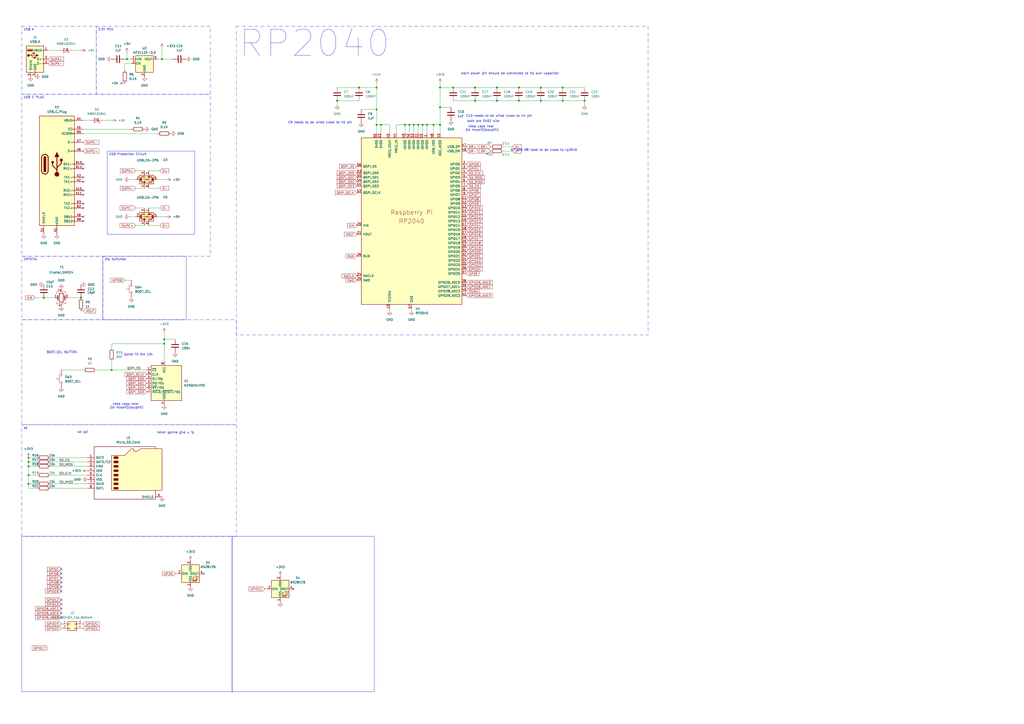
<source format=kicad_sch>
(kicad_sch (version 20250114) (generator "eeschema") (generator_version "9.0")
  (paper "A2")
  (title_block (title "HACKDUCKY BY SOUPTIK ") (date "2025-04-06") (rev "V2"))
  (text "sd spi \n" (at 48.514 250.698 0) (effects (font (size 1.27 1.27))))
  (text "C9 needs to be wired close to 45 pin" (at 185.674 71.12 0) (effects (font (size 1.27 1.27))))
  (text "keep caps near \n(to myself)(souptik)\n" (at 73.406 235.458 0) (effects (font (size 1.27 1.27))))
  (text "donot fit the 10k \n" (at 80.772 205.74 0) (effects (font (size 1.27 1.27))))
  (text "R7 and R8 need to be close to rp2040" (at 315.468 87.122 0) (effects (font (size 1.27 1.27))))
  (text "C10 needs to be wired close to 44 pin" (at 289.56 67.31 0) (effects (font (size 1.27 1.27))))
  (text "BOOT_SEL BUTTON\n" (at 35.814 204.47 0) (effects (font (size 1.27 1.27))))
  (text "never gonna give u ip\n" (at 101.854 250.952 0) (effects (font (size 1.27 1.27))))
  (text "keep caps near \n(to myself)(souptik)\n" (at 279.654 74.422 0) (effects (font (size 1.27 1.27))))
  (text "both are 0402 size" (at 280.416 70.358 0) (effects (font (size 1.27 1.27))))
  (text "each power pin should be connected to its own capacitor" (at 295.91 42.672 0) (effects (font (size 1.27 1.27))))
  (text_box "CRYSTAL" (at 12.7 148.59 0) (size 46.99 36.83) (margins 0.9525 0.9525 0.9525 0.9525) (stroke (width 0) (type dash_dot_dot)) (effects (font (size 1.27 1.27)) (justify left top)))
  (text_box "RP2040\n" (at 137.16 15.24 0) (size 238.76 179.07) (margins 0.9525 0.9525 0.9525 0.9525) (stroke (width 0) (type dash_dot_dot)) (effects (font (size 15.24 15.24)) (justify left top)))
  (text_box "USB Protection Circuit\n" (at 62.23 87.63 0) (size 50.8 48.26) (margins 0.9525 0.9525 0.9525 0.9525) (effects (font (size 1.27 1.27)) (justify left top)))
  (text_box "" (at 12.7 311.15 0) (size 121.92 90.17) (margins 0.9525 0.9525 0.9525 0.9525) (effects (font (size 1.27 1.27)) (justify left top)))
  (text_box "" (at 12.7 185.42 0) (size 124.46 60.96) (margins 0.9525 0.9525 0.9525 0.9525) (stroke (width 0) (type dash_dot_dot)) (effects (font (size 1.27 1.27)) (justify left top)))
  (text_box "USB C PLUG" (at 12.7 54.61 0) (size 109.22 93.98) (margins 0.9525 0.9525 0.9525 0.9525) (stroke (width 0) (type dash_dot_dot)) (effects (font (size 1.27 1.27)) (justify left top)))
  (text_box "sd\n" (at 12.7 246.38 0) (size 124.46 64.77) (margins 0.9525 0.9525 0.9525 0.9525) (stroke (width 0) (type dash_dot_dot)) (effects (font (size 1.27 1.27)) (justify left top)))
  (text_box "Dip Switches\n" (at 59.69 148.59 0) (size 48.26 36.83) (margins 0.9525 0.9525 0.9525 0.9525) (effects (font (size 1.27 1.27)) (justify left top)))
  (text_box "3.3V REG\n" (at 55.88 15.24 0) (size 66.04 39.37) (margins 0.9525 0.9525 0.9525 0.9525) (stroke (width 0) (type dash_dot_dot)) (effects (font (size 1.27 1.27)) (justify left top)))
  (text_box "USB A\n" (at 12.7 15.24 0) (size 43.18 39.37) (margins 0.9525 0.9525 0.9525 0.9525) (stroke (width 0) (type dash_dot_dot)) (effects (font (size 1.27 1.27)) (justify left top)))
  (text_box "" (at 134.62 311.15 0) (size 82.55 90.17) (margins 0.9525 0.9525 0.9525 0.9525) (effects (font (size 1.27 1.27)) (justify left top)))
  (junction (at 220.98 72.39))
  (junction (at 300.99 58.42))
  (junction (at 16.51 280.67))
  (junction (at 245.11 72.39))
  (junction (at 326.39 58.42))
  (junction (at 242.57 72.39))
  (junction (at 25.4 172.72))
  (junction (at 73.66 34.29))
  (junction (at 275.59 50.8))
  (junction (at 208.28 50.8))
  (junction (at 93.98 34.29))
  (junction (at 218.44 72.39))
  (junction (at 16.51 275.59))
  (junction (at 247.65 72.39))
  (junction (at 234.95 72.39))
  (junction (at 46.99 172.72))
  (junction (at 255.27 72.39))
  (junction (at 275.59 58.42))
  (junction (at 255.27 62.23))
  (junction (at 313.69 50.8))
  (junction (at 326.39 50.8))
  (junction (at 262.89 50.8))
  (junction (at 300.99 50.8))
  (junction (at 313.69 58.42))
  (junction (at 255.27 50.8))
  (junction (at 251.46 72.39))
  (junction (at 288.29 50.8))
  (junction (at 95.25 199.39))
  (junction (at 195.58 58.42))
  (junction (at 16.51 265.43))
  (junction (at 16.51 267.97))
  (junction (at 218.44 50.8))
  (junction (at 16.51 270.51))
  (junction (at 288.29 58.42))
  (junction (at 240.03 72.39))
  (junction (at 95.25 196.85))
  (junction (at 218.44 63.5))
  (junction (at 339.09 58.42))
  (junction (at 64.77 214.63))
  (junction (at 237.49 72.39))
  (no_connect (at 170.18 341.63))
  (no_connect (at 48.26 95.25))
  (no_connect (at 48.26 120.65))
  (no_connect (at 35.56 340.36))
  (no_connect (at 48.26 113.03))
  (no_connect (at 48.26 110.49))
  (no_connect (at 35.56 335.28))
  (no_connect (at 35.56 350.52))
  (no_connect (at 35.56 342.9))
  (no_connect (at 48.26 105.41))
  (no_connect (at 118.11 332.74))
  (no_connect (at 48.26 128.27))
  (no_connect (at 35.56 353.06))
  (no_connect (at 48.26 97.79))
  (no_connect (at 35.56 337.82))
  (no_connect (at 35.56 358.14))
  (no_connect (at 35.56 355.6))
  (no_connect (at 35.56 332.74))
  (no_connect (at 35.56 347.98))
  (no_connect (at 48.26 102.87))
  (no_connect (at 35.56 330.2))
  (no_connect (at 48.26 118.11))
  (no_connect (at 48.26 125.73))
  (wire (pts (xy 74.93 104.14) (xy 78.74 104.14)))
  (wire (pts (xy 73.66 30.48) (xy 73.66 34.29)))
  (wire (pts (xy 288.29 58.42) (xy 300.99 58.42)))
  (wire (pts (xy 86.36 109.22) (xy 92.71 109.22)))
  (wire (pts (xy 292.1 85.09) (xy 297.18 85.09)))
  (wire (pts (xy 74.93 125.73) (xy 78.74 125.73)))
  (wire (pts (xy 95.25 193.04) (xy 95.25 196.85)))
  (wire (pts (xy 29.21 270.51) (xy 50.8 270.51)))
  (wire (pts (xy 226.06 77.47) (xy 226.06 72.39)))
  (wire (pts (xy 226.06 180.34) (xy 226.06 179.07)))
  (wire (pts (xy 41.91 29.21) (xy 46.99 29.21)))
  (wire (pts (xy 64.77 209.55) (xy 64.77 214.63)))
  (wire (pts (xy 218.44 50.8) (xy 218.44 63.5)))
  (wire (pts (xy 95.25 196.85) (xy 95.25 199.39)))
  (wire (pts (xy 25.4 172.72) (xy 31.75 172.72)))
  (wire (pts (xy 234.95 72.39) (xy 234.95 77.47)))
  (wire (pts (xy 255.27 50.8) (xy 255.27 62.23)))
  (wire (pts (xy 20.32 172.72) (xy 25.4 172.72)))
  (wire (pts (xy 29.21 275.59) (xy 50.8 275.59)))
  (wire (pts (xy 78.74 109.22) (xy 83.82 109.22)))
  (wire (pts (xy 275.59 50.8) (xy 288.29 50.8)))
  (wire (pts (xy 16.51 265.43) (xy 21.59 265.43)))
  (wire (pts (xy 251.46 72.39) (xy 251.46 77.47)))
  (wire (pts (xy 326.39 58.42) (xy 339.09 58.42)))
  (wire (pts (xy 255.27 72.39) (xy 255.27 77.47)))
  (wire (pts (xy 59.69 69.85) (xy 64.77 69.85)))
  (wire (pts (xy 255.27 62.23) (xy 255.27 72.39)))
  (wire (pts (xy 229.87 72.39) (xy 234.95 72.39)))
  (wire (pts (xy 93.98 34.29) (xy 100.33 34.29)))
  (wire (pts (xy 73.66 34.29) (xy 76.2 34.29)))
  (wire (pts (xy 229.87 77.47) (xy 229.87 72.39)))
  (wire (pts (xy 72.39 36.83) (xy 72.39 40.64)))
  (wire (pts (xy 16.51 267.97) (xy 16.51 270.51)))
  (wire (pts (xy 16.51 275.59) (xy 16.51 280.67)))
  (wire (pts (xy 153.67 341.63) (xy 154.94 341.63)))
  (wire (pts (xy 72.39 34.29) (xy 73.66 34.29)))
  (wire (pts (xy 220.98 72.39) (xy 218.44 72.39)))
  (wire (pts (xy 261.62 62.23) (xy 255.27 62.23)))
  (wire (pts (xy 247.65 72.39) (xy 251.46 72.39)))
  (wire (pts (xy 21.59 280.67) (xy 16.51 280.67)))
  (wire (pts (xy 48.26 69.85) (xy 52.07 69.85)))
  (wire (pts (xy 29.21 280.67) (xy 50.8 280.67)))
  (wire (pts (xy 237.49 72.39) (xy 237.49 77.47)))
  (wire (pts (xy 93.98 27.94) (xy 93.98 34.29)))
  (wire (pts (xy 35.56 214.63) (xy 48.26 214.63)))
  (wire (pts (xy 195.58 60.96) (xy 195.58 58.42)))
  (wire (pts (xy 313.69 58.42) (xy 326.39 58.42)))
  (wire (pts (xy 242.57 77.47) (xy 242.57 72.39)))
  (wire (pts (xy 92.71 99.06) (xy 86.36 99.06)))
  (wire (pts (xy 64.77 199.39) (xy 95.25 199.39)))
  (wire (pts (xy 91.44 125.73) (xy 96.52 125.73)))
  (wire (pts (xy 39.37 172.72) (xy 46.99 172.72)))
  (wire (pts (xy 48.26 77.47) (xy 91.44 77.47)))
  (wire (pts (xy 226.06 72.39) (xy 220.98 72.39)))
  (wire (pts (xy 27.94 29.21) (xy 34.29 29.21)))
  (wire (pts (xy 245.11 77.47) (xy 245.11 72.39)))
  (wire (pts (xy 46.99 180.34) (xy 48.26 180.34)))
  (wire (pts (xy 16.51 270.51) (xy 16.51 275.59)))
  (wire (pts (xy 240.03 72.39) (xy 242.57 72.39)))
  (wire (pts (xy 218.44 72.39) (xy 218.44 77.47)))
  (wire (pts (xy 247.65 72.39) (xy 247.65 77.47)))
  (wire (pts (xy 300.99 58.42) (xy 313.69 58.42)))
  (wire (pts (xy 292.1 87.63) (xy 297.18 87.63)))
  (wire (pts (xy 86.36 130.81) (xy 92.71 130.81)))
  (wire (pts (xy 218.44 48.26) (xy 218.44 50.8)))
  (wire (pts (xy 300.99 50.8) (xy 313.69 50.8)))
  (wire (pts (xy 218.44 63.5) (xy 218.44 72.39)))
  (wire (pts (xy 255.27 48.26) (xy 255.27 50.8)))
  (wire (pts (xy 48.26 74.93) (xy 76.2 74.93)))
  (wire (pts (xy 21.59 283.21) (xy 16.51 283.21)))
  (wire (pts (xy 29.21 267.97) (xy 50.8 267.97)))
  (wire (pts (xy 91.44 34.29) (xy 93.98 34.29)))
  (wire (pts (xy 21.59 270.51) (xy 16.51 270.51)))
  (wire (pts (xy 76.2 36.83) (xy 72.39 36.83)))
  (wire (pts (xy 29.21 283.21) (xy 50.8 283.21)))
  (wire (pts (xy 95.25 199.39) (xy 95.25 209.55)))
  (wire (pts (xy 78.74 99.06) (xy 83.82 99.06)))
  (wire (pts (xy 50.8 265.43) (xy 29.21 265.43)))
  (wire (pts (xy 240.03 72.39) (xy 240.03 77.47)))
  (wire (pts (xy 251.46 72.39) (xy 255.27 72.39)))
  (wire (pts (xy 78.74 120.65) (xy 83.82 120.65)))
  (wire (pts (xy 72.39 162.56) (xy 76.2 162.56)))
  (wire (pts (xy 16.51 267.97) (xy 21.59 267.97)))
  (wire (pts (xy 16.51 280.67) (xy 16.51 283.21)))
  (wire (pts (xy 195.58 58.42) (xy 208.28 58.42)))
  (wire (pts (xy 209.55 63.5) (xy 218.44 63.5)))
  (wire (pts (xy 64.77 199.39) (xy 64.77 201.93)))
  (wire (pts (xy 288.29 50.8) (xy 300.99 50.8)))
  (wire (pts (xy 78.74 130.81) (xy 83.82 130.81)))
  (wire (pts (xy 238.76 180.34) (xy 238.76 179.07)))
  (wire (pts (xy 101.6 332.74) (xy 102.87 332.74)))
  (wire (pts (xy 91.44 104.14) (xy 96.52 104.14)))
  (wire (pts (xy 275.59 58.42) (xy 288.29 58.42)))
  (wire (pts (xy 262.89 50.8) (xy 275.59 50.8)))
  (wire (pts (xy 313.69 50.8) (xy 326.39 50.8)))
  (wire (pts (xy 255.27 50.8) (xy 262.89 50.8)))
  (wire (pts (xy 242.57 72.39) (xy 245.11 72.39)))
  (wire (pts (xy 16.51 275.59) (xy 21.59 275.59)))
  (wire (pts (xy 208.28 50.8) (xy 218.44 50.8)))
  (wire (pts (xy 339.09 58.42) (xy 339.09 60.96)))
  (wire (pts (xy 237.49 72.39) (xy 240.03 72.39)))
  (wire (pts (xy 195.58 50.8) (xy 208.28 50.8)))
  (wire (pts (xy 326.39 50.8) (xy 339.09 50.8)))
  (wire (pts (xy 92.71 120.65) (xy 86.36 120.65)))
  (wire (pts (xy 16.51 265.43) (xy 16.51 267.97)))
  (wire (pts (xy 262.89 58.42) (xy 275.59 58.42)))
  (wire (pts (xy 220.98 72.39) (xy 220.98 77.47)))
  (wire (pts (xy 55.88 214.63) (xy 64.77 214.63)))
  (wire (pts (xy 95.25 196.85) (xy 101.6 196.85)))
  (wire (pts (xy 245.11 72.39) (xy 247.65 72.39)))
  (wire (pts (xy 64.77 214.63) (xy 85.09 214.63)))
  (wire (pts (xy 234.95 72.39) (xy 237.49 72.39)))
  (label "SD_CS" (at 34.29 267.97 0))
  (label "SD_MOSI" (at 34.29 270.51 0))
  (label "SD_CLK" (at 34.29 275.59 0))
  (label "SD_MISO" (at 34.29 280.67 0))
  (label "QSPI_SS" (at 73.66 214.63 0))
  (global_label "SWCLK" (shape input) (at 207.01 160.02 180) (property "Intersheetrefs" "${INTERSHEET_REFS}" (effects (hide yes))))
  (global_label "GPIO13" (shape input) (at 35.56 350.52 180) (property "Intersheetrefs" "${INTERSHEET_REFS}" (effects (hide yes))))
  (global_label "SD_MISO" (shape input) (at 270.51 105.41 0) (property "Intersheetrefs" "${INTERSHEET_REFS}" (effects (hide yes))))
  (global_label "GPIO26_ADC1" (shape input) (at 35.56 353.06 180) (property "Intersheetrefs" "${INTERSHEET_REFS}" (effects (hide yes))))
  (global_label "GP25" (shape input) (at 270.51 158.75 0) (property "Intersheetrefs" "${INTERSHEET_REFS}" (effects (hide yes))))
  (global_label "DUPC+" (shape input) (at 78.74 130.81 180) (property "Intersheetrefs" "${INTERSHEET_REFS}" (effects (hide yes))))
  (global_label "GPIO8" (shape input) (at 35.56 337.82 180) (property "Intersheetrefs" "${INTERSHEET_REFS}" (effects (hide yes))))
  (global_label "GPIO12" (shape input) (at 270.51 125.73 0) (property "Intersheetrefs" "${INTERSHEET_REFS}" (effects (hide yes))))
  (global_label "DUPC-" (shape input) (at 48.26 82.55 0) (property "Intersheetrefs" "${INTERSHEET_REFS}" (effects (hide yes))))
  (global_label "QSPI_SCLK" (shape input) (at 207.01 111.76 180) (property "Intersheetrefs" "${INTERSHEET_REFS}" (effects (hide yes))))
  (global_label "D+" (shape input) (at 92.71 130.81 0) (property "Intersheetrefs" "${INTERSHEET_REFS}" (effects (hide yes))))
  (global_label "RUN" (shape input) (at 207.01 148.59 180) (property "Intersheetrefs" "${INTERSHEET_REFS}" (effects (hide yes))))
  (global_label "GPIO24" (shape input) (at 270.51 156.21 0) (property "Intersheetrefs" "${INTERSHEET_REFS}" (effects (hide yes))))
  (global_label "GPIO9" (shape input) (at 35.56 340.36 180) (property "Intersheetrefs" "${INTERSHEET_REFS}" (effects (hide yes))))
  (global_label "GPIO22" (shape input) (at 270.51 151.13 0) (property "Intersheetrefs" "${INTERSHEET_REFS}" (effects (hide yes))))
  (global_label "QSPI_SD2" (shape input) (at 85.09 224.79 180) (property "Intersheetrefs" "${INTERSHEET_REFS}" (effects (hide yes))))
  (global_label "GPIO9" (shape input) (at 270.51 118.11 0) (property "Intersheetrefs" "${INTERSHEET_REFS}" (effects (hide yes))))
  (global_label "GPIO6" (shape input) (at 35.56 332.74 180) (property "Intersheetrefs" "${INTERSHEET_REFS}" (effects (hide yes))))
  (global_label "XOUT" (shape input) (at 207.01 135.89 180) (property "Intersheetrefs" "${INTERSHEET_REFS}" (effects (hide yes))))
  (global_label "GPIO21" (shape input) (at 48.26 364.49 0) (property "Intersheetrefs" "${INTERSHEET_REFS}" (effects (hide yes))))
  (global_label "DUPA-" (shape input) (at 27.94 36.83 0) (property "Intersheetrefs" "${INTERSHEET_REFS}" (effects (hide yes))))
  (global_label "GPIO6" (shape input) (at 270.51 110.49 0) (property "Intersheetrefs" "${INTERSHEET_REFS}" (effects (hide yes))))
  (global_label "D+" (shape input) (at 297.18 85.09 0) (property "Intersheetrefs" "${INTERSHEET_REFS}" (effects (hide yes))))
  (global_label "DUPC-" (shape input) (at 78.74 120.65 180) (property "Intersheetrefs" "${INTERSHEET_REFS}" (effects (hide yes))))
  (global_label "GPIO26_ADC3" (shape input) (at 35.56 358.14 180) (property "Intersheetrefs" "${INTERSHEET_REFS}" (effects (hide yes))))
  (global_label "GPIO20" (shape input) (at 270.51 146.05 0) (property "Intersheetrefs" "${INTERSHEET_REFS}" (effects (hide yes))))
  (global_label "GPIO23" (shape input) (at 270.51 153.67 0) (property "Intersheetrefs" "${INTERSHEET_REFS}" (effects (hide yes))))
  (global_label "GPIO10" (shape input) (at 35.56 342.9 180) (property "Intersheetrefs" "${INTERSHEET_REFS}" (effects (hide yes))))
  (global_label "QSPI_SD0" (shape input) (at 207.01 100.33 180) (property "Intersheetrefs" "${INTERSHEET_REFS}" (effects (hide yes))))
  (global_label "XIN" (shape input) (at 20.32 172.72 180) (property "Intersheetrefs" "${INTERSHEET_REFS}" (effects (hide yes))))
  (global_label "DR-" (shape input) (at 284.48 87.63 180) (property "Intersheetrefs" "${INTERSHEET_REFS}" (effects (hide yes))))
  (global_label "QSPI_SD3" (shape input) (at 207.01 107.95 180) (property "Intersheetrefs" "${INTERSHEET_REFS}" (effects (hide yes))))
  (global_label "QSPI_SCLK" (shape input) (at 85.09 217.17 180) (property "Intersheetrefs" "${INTERSHEET_REFS}" (effects (hide yes))))
  (global_label "GPIO7" (shape input) (at 35.56 335.28 180) (property "Intersheetrefs" "${INTERSHEET_REFS}" (effects (hide yes))))
  (global_label "GPIO18" (shape input) (at 270.51 140.97 0) (property "Intersheetrefs" "${INTERSHEET_REFS}" (effects (hide yes))))
  (global_label "GPIO13" (shape input) (at 270.51 128.27 0) (property "Intersheetrefs" "${INTERSHEET_REFS}" (effects (hide yes))))
  (global_label "D+" (shape input) (at 92.71 99.06 0) (property "Intersheetrefs" "${INTERSHEET_REFS}" (effects (hide yes))))
  (global_label "GPIO24" (shape input) (at 48.26 361.95 0) (property "Intersheetrefs" "${INTERSHEET_REFS}" (effects (hide yes))))
  (global_label "GPIO11" (shape input) (at 270.51 123.19 0) (property "Intersheetrefs" "${INTERSHEET_REFS}" (effects (hide yes))))
  (global_label "PUSH" (shape input) (at 270.51 168.91 0) (property "Intersheetrefs" "${INTERSHEET_REFS}" (effects (hide yes))))
  (global_label "D-" (shape input) (at 92.71 120.65 0) (property "Intersheetrefs" "${INTERSHEET_REFS}" (effects (hide yes))))
  (global_label "GPIO26_ADC0" (shape input) (at 35.56 355.6 180) (property "Intersheetrefs" "${INTERSHEET_REFS}" (effects (hide yes))))
  (global_label "GPIO0" (shape input) (at 72.39 162.56 180) (property "Intersheetrefs" "${INTERSHEET_REFS}" (effects (hide yes))))
  (global_label "GPIO11" (shape input) (at 153.67 341.63 180) (property "Intersheetrefs" "${INTERSHEET_REFS}" (effects (hide yes))))
  (global_label "QSPI_SD1" (shape input) (at 207.01 102.87 180) (property "Intersheetrefs" "${INTERSHEET_REFS}" (effects (hide yes))))
  (global_label "XOUT" (shape input) (at 48.26 180.34 0) (property "Intersheetrefs" "${INTERSHEET_REFS}" (effects (hide yes))))
  (global_label "GPIO1" (shape input) (at 270.51 97.79 0) (property "Intersheetrefs" "${INTERSHEET_REFS}" (effects (hide yes))))
  (global_label "D-" (shape input) (at 92.71 109.22 0) (property "Intersheetrefs" "${INTERSHEET_REFS}" (effects (hide yes))))
  (global_label "GPIO17" (shape input) (at 270.51 138.43 0) (property "Intersheetrefs" "${INTERSHEET_REFS}" (effects (hide yes))))
  (global_label "DR+" (shape input) (at 270.51 85.09 0) (property "Intersheetrefs" "${INTERSHEET_REFS}" (effects (hide yes))))
  (global_label "GPIO21" (shape input) (at 270.51 148.59 0) (property "Intersheetrefs" "${INTERSHEET_REFS}" (effects (hide yes))))
  (global_label "QSPI_SD3" (shape input) (at 85.09 227.33 180) (property "Intersheetrefs" "${INTERSHEET_REFS}" (effects (hide yes))))
  (global_label "SD_MOSI" (shape input) (at 270.51 102.87 0) (property "Intersheetrefs" "${INTERSHEET_REFS}" (effects (hide yes))))
  (global_label "GPIO10" (shape input) (at 270.51 120.65 0) (property "Intersheetrefs" "${INTERSHEET_REFS}" (effects (hide yes))))
  (global_label "GPIO0" (shape input) (at 270.51 95.25 0) (property "Intersheetrefs" "${INTERSHEET_REFS}" (effects (hide yes))))
  (global_label "GPIO8" (shape input) (at 270.51 115.57 0) (property "Intersheetrefs" "${INTERSHEET_REFS}" (effects (hide yes))))
  (global_label "DUPA+" (shape input) (at 78.74 99.06 180) (property "Intersheetrefs" "${INTERSHEET_REFS}" (effects (hide yes))))
  (global_label "SD_CLK" (shape input) (at 270.51 100.33 0) (property "Intersheetrefs" "${INTERSHEET_REFS}" (effects (hide yes))))
  (global_label "GPIO22" (shape input) (at 35.56 364.49 180) (property "Intersheetrefs" "${INTERSHEET_REFS}" (effects (hide yes))))
  (global_label "GP25" (shape input) (at 101.6 332.74 180) (property "Intersheetrefs" "${INTERSHEET_REFS}" (effects (hide yes))))
  (global_label "GPIO12" (shape input) (at 35.56 347.98 180) (property "Intersheetrefs" "${INTERSHEET_REFS}" (effects (hide yes))))
  (global_label "DUPC+" (shape input) (at 48.26 87.63 0) (property "Intersheetrefs" "${INTERSHEET_REFS}" (effects (hide yes))))
  (global_label "GPIO16" (shape input) (at 270.51 135.89 0) (property "Intersheetrefs" "${INTERSHEET_REFS}" (effects (hide yes))))
  (global_label "QSPI_SD0" (shape input) (at 85.09 219.71 180) (property "Intersheetrefs" "${INTERSHEET_REFS}" (effects (hide yes))))
  (global_label "DUPA+" (shape input) (at 27.94 34.29 0) (property "Intersheetrefs" "${INTERSHEET_REFS}" (effects (hide yes))))
  (global_label "GPIO1" (shape input) (at 35.56 330.2 180) (property "Intersheetrefs" "${INTERSHEET_REFS}" (effects (hide yes))))
  (global_label "GPIO19" (shape input) (at 270.51 143.51 0) (property "Intersheetrefs" "${INTERSHEET_REFS}" (effects (hide yes))))
  (global_label "GPIO7" (shape input) (at 270.51 113.03 0) (property "Intersheetrefs" "${INTERSHEET_REFS}" (effects (hide yes))))
  (global_label "GPIO14" (shape input) (at 270.51 130.81 0) (property "Intersheetrefs" "${INTERSHEET_REFS}" (effects (hide yes))))
  (global_label "GPIO17" (shape input) (at 27.94 375.92 180) (property "Intersheetrefs" "${INTERSHEET_REFS}" (effects (hide yes))))
  (global_label "GPIO26_ADC3" (shape input) (at 270.51 171.45 0) (property "Intersheetrefs" "${INTERSHEET_REFS}" (effects (hide yes))))
  (global_label "DR+" (shape input) (at 284.48 85.09 180) (property "Intersheetrefs" "${INTERSHEET_REFS}" (effects (hide yes))))
  (global_label "DR-" (shape input) (at 270.51 87.63 0) (property "Intersheetrefs" "${INTERSHEET_REFS}" (effects (hide yes))))
  (global_label "SD_CS" (shape input) (at 270.51 107.95 0) (property "Intersheetrefs" "${INTERSHEET_REFS}" (effects (hide yes))))
  (global_label "GPIO15" (shape input) (at 270.51 133.35 0) (property "Intersheetrefs" "${INTERSHEET_REFS}" (effects (hide yes))))
  (global_label "XIN" (shape input) (at 207.01 130.81 180) (property "Intersheetrefs" "${INTERSHEET_REFS}" (effects (hide yes))))
  (global_label "QSPI_SD1" (shape input) (at 85.09 222.25 180) (property "Intersheetrefs" "${INTERSHEET_REFS}" (effects (hide yes))))
  (global_label "GPIO26_ADC1" (shape input) (at 270.51 166.37 0) (property "Intersheetrefs" "${INTERSHEET_REFS}" (effects (hide yes))))
  (global_label "QSPI_SD2" (shape input) (at 207.01 105.41 180) (property "Intersheetrefs" "${INTERSHEET_REFS}" (effects (hide yes))))
  (global_label "GPIO23" (shape input) (at 35.56 361.95 180) (property "Intersheetrefs" "${INTERSHEET_REFS}" (effects (hide yes))))
  (global_label "D-" (shape input) (at 297.18 87.63 0) (property "Intersheetrefs" "${INTERSHEET_REFS}" (effects (hide yes))))
  (global_label "GPIO26_ADC0" (shape input) (at 270.51 163.83 0) (property "Intersheetrefs" "${INTERSHEET_REFS}" (effects (hide yes))))
  (global_label "QSPI_SS" (shape input) (at 207.01 96.52 180) (property "Intersheetrefs" "${INTERSHEET_REFS}" (effects (hide yes))))
  (global_label "DUPA-" (shape input) (at 78.74 109.22 180) (property "Intersheetrefs" "${INTERSHEET_REFS}" (effects (hide yes))))
  (global_label "SWD" (shape input) (at 207.01 162.56 180) (property "Intersheetrefs" "${INTERSHEET_REFS}" (effects (hide yes))))
  (symbol (lib_id "Device:R") (at 25.4 267.97 90) (unit 1)
    (property "Reference" "R17" (at 20.574 266.7 90))
    (property "Value" "10k" (at 30.226 266.7 90))
    (property "Footprint" "Resistor_SMD:R_0402_1005Metric" (effects (hide yes)))
    (property "Description" "Resistor" (effects (hide yes)))
  )
  (symbol (lib_id "Device:C") (at 208.28 54.61 0) (unit 1)
    (property "Reference" "C8" (at 212.09 53.3399 0) (effects (justify left)))
    (property "Value" "100nF" (at 212.09 55.8799 0) (effects (justify left)))
    (property "Footprint" "Capacitor_SMD:C_0402_1005Metric" (effects (hide yes)))
    (property "Description" "Unpolarized capacitor" (effects (hide yes)))
  )
  (symbol (lib_id "power:+5V") (at 96.52 104.14 270) (unit 1)
    (property "Reference" "#PWR05" (effects (hide yes)))
    (property "Value" "+5V" (at 100.33 104.1399 90) (effects (justify left)))
    (property "Description" "Power symbol creates a global label with name \"+5V\"" (effects (hide yes)))
  )
  (symbol (lib_id "power:GND") (at 74.93 125.73 270) (unit 1)
    (property "Reference" "#PWR06" (effects (hide yes)))
    (property "Value" "GND" (at 71.12 125.7299 90) (effects (justify right)))
    (property "Description" "Power symbol creates a global label with name \"GND\" , ground" (effects (hide yes)))
  )
  (symbol (lib_id "LED:SK6812") (at 110.49 332.74 0) (unit 1)
    (property "Reference" "D1" (at 120.65 326.3198 0))
    (property "Value" "WS2812B" (at 120.65 328.8598 0))
    (property "Footprint" "LED_SMD:LED_SK6812_EC15_1.5x1.5mm" (effects (hide yes)))
    (property "Datasheet" "https://cdn-shop.adafruit.com/product-files/1138/SK6812+LED+datasheet+.pdf" (effects (hide yes)))
    (property "Description" "RGB LED with integrated controller" (effects (hide yes)))
  )
  (symbol (lib_id "power:+3V3") (at 255.27 48.26 0) (unit 1)
    (property "Reference" "#PWR037" (effects (hide yes)))
    (property "Value" "+3V3" (at 255.27 43.18 0))
    (property "Description" "Power symbol creates a global label with name \"+3V3\"" (effects (hide yes)))
  )
  (symbol (lib_id "Device:C") (at 275.59 54.61 0) (unit 1)
    (property "Reference" "C17" (at 279.4 53.3399 0) (effects (justify left)))
    (property "Value" "100nF" (at 279.4 55.8799 0) (effects (justify left)))
    (property "Footprint" "Capacitor_SMD:C_0402_1005Metric" (effects (hide yes)))
    (property "Description" "Unpolarized capacitor" (effects (hide yes)))
  )
  (symbol (lib_id "power:GND") (at 238.76 180.34 0) (unit 1)
    (property "Reference" "#PWR035" (effects (hide yes)))
    (property "Value" "GND" (at 238.76 185.42 0))
    (property "Description" "Power symbol creates a global label with name \"GND\" , ground" (effects (hide yes)))
  )
  (symbol (lib_id "power:GND") (at 95.25 234.95 0) (unit 1)
    (property "Reference" "#PWR047" (effects (hide yes)))
    (property "Value" "GND" (at 95.25 240.03 0))
    (property "Description" "Power symbol creates a global label with name \"GND\" , ground" (effects (hide yes)))
  )
  (symbol (lib_id "power:+5V") (at 46.99 29.21 270) (unit 1)
    (property "Reference" "#PWR014" (effects (hide yes)))
    (property "Value" "+5V" (at 50.8 29.2099 90) (effects (justify left)))
    (property "Description" "Power symbol creates a global label with name \"+5V\"" (effects (hide yes)))
  )
  (symbol (lib_id "Connector_Generic:Conn_02x02_Top_Bottom") (at 40.64 361.95 0) (unit 1)
    (property "Reference" "J2" (at 41.91 355.6 0))
    (property "Value" "Conn_02x02_Top_Bottom" (at 41.91 358.14 0))
    (property "Footprint" "Connector_PinHeader_1.00mm:PinHeader_2x02_P1.00mm_Vertical_SMD" (effects (hide yes)))
    (property "Description" "Generic connector, double row, 02x02, top/bottom pin numbering scheme (row 1: 1...pins_per_row, row2: pins_per_row+1 ... num_pins), script generated (kicad-library-utils/schlib/autogen/connector/)" (effects (hide yes)))
  )
  (symbol (lib_id "power:GND") (at 25.4 135.89 0) (unit 1)
    (property "Reference" "#PWR029" (effects (hide yes)))
    (property "Value" "GND" (at 25.4 140.97 0))
    (property "Description" "Power symbol creates a global label with name \"GND\" , ground" (effects (hide yes)))
  )
  (symbol (lib_id "power:GND") (at 35.56 177.8 0) (unit 1)
    (property "Reference" "#PWR020" (effects (hide yes)))
    (property "Value" "GND" (at 35.56 182.88 0))
    (property "Description" "Power symbol creates a global label with name \"GND\" , ground" (effects (hide yes)))
  )
  (symbol (lib_id "power:+5V") (at 72.39 48.26 90) (unit 1)
    (property "Reference" "#PWR051" (effects (hide yes)))
    (property "Value" "+5V" (at 68.58 48.2599 90) (effects (justify left)))
    (property "Description" "Power symbol creates a global label with name \"+5V\"" (effects (hide yes)))
  )
  (symbol (lib_id "Device:C") (at 288.29 54.61 0) (unit 1)
    (property "Reference" "C18" (at 292.1 53.3399 0) (effects (justify left)))
    (property "Value" "100nF" (at 292.1 55.8799 0) (effects (justify left)))
    (property "Footprint" "Capacitor_SMD:C_0402_1005Metric" (effects (hide yes)))
    (property "Description" "Unpolarized capacitor" (effects (hide yes)))
  )
  (symbol (lib_id "power:GND") (at 261.62 69.85 0) (unit 1)
    (property "Reference" "#PWR049" (effects (hide yes)))
    (property "Value" "GND" (at 261.62 74.93 0))
    (property "Description" "Power symbol creates a global label with name \"GND\" , ground" (effects (hide yes)))
  )
  (symbol (lib_id "power:GND") (at 25.4 165.1 270) (unit 1)
    (property "Reference" "#PWR018" (effects (hide yes)))
    (property "Value" "GND" (at 21.59 165.0999 90) (effects (justify right)))
    (property "Description" "Power symbol creates a global label with name \"GND\" , ground" (effects (hide yes)))
  )
  (symbol (lib_id "Connector:Micro_SD_Card") (at 73.66 273.05 0) (unit 1)
    (property "Reference" "J3" (at 74.295 254 0))
    (property "Value" "Micro_SD_Card" (at 74.295 256.54 0))
    (property "Footprint" "Connector_Card:microSD_HC_Hirose_DM3AT-SF-PEJM5" (effects (hide yes)))
    (property "Datasheet" "http://katalog.we-online.de/em/datasheet/693072010801.pdf" (effects (hide yes)))
    (property "Description" "Micro SD Card Socket" (effects (hide yes)))
  )
  (symbol (lib_id "Device:C") (at 326.39 54.61 0) (unit 1)
    (property "Reference" "C21" (at 330.2 53.3399 0) (effects (justify left)))
    (property "Value" "100nF" (at 330.2 55.8799 0) (effects (justify left)))
    (property "Footprint" "Capacitor_SMD:C_0402_1005Metric" (effects (hide yes)))
    (property "Description" "Unpolarized capacitor" (effects (hide yes)))
  )
  (symbol (lib_id "Device:C") (at 261.62 66.04 0) (unit 1)
    (property "Reference" "C10" (at 265.43 64.7699 0) (effects (justify left)))
    (property "Value" "1uF" (at 265.43 67.3099 0) (effects (justify left)))
    (property "Footprint" "Capacitor_SMD:C_0402_1005Metric" (effects (hide yes)))
    (property "Description" "Unpolarized capacitor" (effects (hide yes)))
  )
  (symbol (lib_id "power:GND") (at 195.58 60.96 0) (unit 1)
    (property "Reference" "#PWR026" (effects (hide yes)))
    (property "Value" "GND" (at 195.58 66.04 0))
    (property "Description" "Power symbol creates a global label with name \"GND\" , ground" (effects (hide yes)))
  )
  (symbol (lib_id "Device:R") (at 288.29 85.09 90) (unit 1)
    (property "Reference" "R7" (at 283.972 83.058 90))
    (property "Value" "27.4" (at 293.37 83.312 90))
    (property "Footprint" "Resistor_SMD:R_0402_1005Metric" (effects (hide yes)))
    (property "Description" "Resistor" (effects (hide yes)))
  )
  (symbol (lib_id "power:GND") (at 20.32 44.45 90) (unit 1)
    (property "Reference" "#PWR043" (effects (hide yes)))
    (property "Value" "GND" (at 24.13 44.4499 90) (effects (justify right)))
    (property "Description" "Power symbol creates a global label with name \"GND\" , ground" (effects (hide yes)))
  )
  (symbol (lib_id "Connector:USB_A") (at 20.32 34.29 0) (unit 1)
    (property "Reference" "J1" (at 20.32 21.59 0))
    (property "Value" "USB_A" (at 20.32 24.13 0))
    (property "Footprint" "Connector_USB:USB_A_CNCTech_1001-011-01101_Horizontal" (effects (hide yes)))
    (property "Description" "USB Type A connector" (effects (hide yes)))
  )
  (symbol (lib_id "Device:R") (at 64.77 205.74 0) (unit 1)
    (property "Reference" "R15" (at 67.31 204.4699 0) (effects (justify left)))
    (property "Value" "DNF" (at 67.31 207.0099 0) (effects (justify left)))
    (property "Footprint" "Resistor_SMD:R_0805_2012Metric_Pad1.20x1.40mm_HandSolder" (effects (hide yes)))
    (property "Description" "Resistor" (effects (hide yes)))
  )
  (symbol (lib_id "power:GND") (at 76.2 172.72 0) (unit 1)
    (property "Reference" "#PWR015" (effects (hide yes)))
    (property "Value" "GND" (at 76.2 177.8 0))
    (property "Description" "Power symbol creates a global label with name \"GND\" , ground" (effects (hide yes)))
  )
  (symbol (lib_id "Device:R") (at 46.99 176.53 180) (unit 1)
    (property "Reference" "R9" (at 49.53 175.2599 0) (effects (justify right)))
    (property "Value" "1k" (at 49.53 177.7999 0) (effects (justify right)))
    (property "Footprint" "Resistor_SMD:R_0402_1005Metric" (effects (hide yes)))
    (property "Description" "Resistor" (effects (hide yes)))
  )
  (symbol (lib_id "Device:C") (at 262.89 54.61 0) (unit 1)
    (property "Reference" "C11" (at 266.7 53.3399 0) (effects (justify left)))
    (property "Value" "100nF" (at 266.7 55.8799 0) (effects (justify left)))
    (property "Footprint" "Capacitor_SMD:C_0402_1005Metric" (effects (hide yes)))
    (property "Description" "Unpolarized capacitor" (effects (hide yes)))
  )
  (symbol (lib_id "power:GND") (at 74.93 104.14 270) (unit 1)
    (property "Reference" "#PWR04" (effects (hide yes)))
    (property "Value" "GND" (at 71.12 104.1399 90) (effects (justify right)))
    (property "Description" "Power symbol creates a global label with name \"GND\" , ground" (effects (hide yes)))
  )
  (symbol (lib_id "Device:C") (at 339.09 54.61 0) (unit 1)
    (property "Reference" "C22" (at 342.9 53.3399 0) (effects (justify left)))
    (property "Value" "100n" (at 342.9 55.8799 0) (effects (justify left)))
    (property "Footprint" "Capacitor_SMD:C_0402_1005Metric" (effects (hide yes)))
    (property "Description" "Unpolarized capacitor" (effects (hide yes)))
  )
  (symbol (lib_id "Device:C") (at 46.99 168.91 180) (unit 1)
    (property "Reference" "C12" (at 50.8 167.6399 0) (effects (justify right)))
    (property "Value" "15pF" (at 50.546 169.672 0) (effects (justify right)))
    (property "Footprint" "Capacitor_SMD:C_0402_1005Metric" (effects (hide yes)))
    (property "Description" "Unpolarized capacitor" (effects (hide yes)))
  )
  (symbol (lib_id "power:GND") (at 35.56 224.79 0) (unit 1)
    (property "Reference" "#PWR012" (effects (hide yes)))
    (property "Value" "GND" (at 35.56 229.87 0))
    (property "Description" "Power symbol creates a global label with name \"GND\" , ground" (effects (hide yes)))
  )
  (symbol (lib_id "power:GND") (at 93.98 288.29 0) (unit 1)
    (property "Reference" "#PWR033" (effects (hide yes)))
    (property "Value" "GND" (at 93.98 293.37 0))
    (property "Description" "Power symbol creates a global label with name \"GND\" , ground" (effects (hide yes)))
  )
  (symbol (lib_id "power:+3V3") (at 16.51 265.43 0) (unit 1)
    (property "Reference" "#PWR02" (effects (hide yes)))
    (property "Value" "+3V3" (at 16.51 260.35 0))
    (property "Description" "Power symbol creates a global label with name \"+3V3\"" (effects (hide yes)))
  )
  (symbol (lib_id "Device:R") (at 52.07 214.63 90) (unit 1)
    (property "Reference" "R8" (at 52.07 208.28 90))
    (property "Value" "1k" (at 52.07 210.82 90))
    (property "Footprint" "Resistor_SMD:R_0402_1005Metric" (effects (hide yes)))
    (property "Description" "Resistor" (effects (hide yes)))
  )
  (symbol (lib_id "power:GND") (at 83.82 74.93 90) (unit 1)
    (property "Reference" "#PWR030" (effects (hide yes)))
    (property "Value" "GND" (at 87.63 74.9299 90) (effects (justify right)))
    (property "Description" "Power symbol creates a global label with name \"GND\" , ground" (effects (hide yes)))
  )
  (symbol (lib_id "Device:Crystal_GND24") (at 35.56 172.72 0) (unit 1)
    (property "Reference" "Y1" (at 35.814 154.94 0))
    (property "Value" "Crystal_GND24" (at 35.56 157.988 0))
    (property "Footprint" "Crystal:Crystal_SMD_Abracon_ABM8G-4Pin_3.2x2.5mm" (effects (hide yes)))
    (property "Description" "Four pin crystal, GND on pins 2 and 4" (effects (hide yes)))
  )
  (symbol (lib_id "power:GND") (at 50.8 278.13 270) (unit 1)
    (property "Reference" "#PWR09" (effects (hide yes)))
    (property "Value" "GND" (at 46.99 278.1299 90) (effects (justify right)))
    (property "Description" "Power symbol creates a global label with name \"GND\" , ground" (effects (hide yes)))
  )
  (symbol (lib_id "Device:R") (at 25.4 280.67 90) (unit 1)
    (property "Reference" "R20" (at 20.574 279.4 90))
    (property "Value" "10k" (at 30.226 279.4 90))
    (property "Footprint" "Resistor_SMD:R_0402_1005Metric" (effects (hide yes)))
    (property "Description" "Resistor" (effects (hide yes)))
  )
  (symbol (lib_id "power:+3V3") (at 93.98 27.94 0) (unit 1)
    (property "Reference" "#PWR025" (effects (hide yes)))
    (property "Value" "+3V3" (at 96.52 26.6699 0) (effects (justify left)))
    (property "Description" "Power symbol creates a global label with name \"+3V3\"" (effects (hide yes)))
  )
  (symbol (lib_id "power:GND") (at 83.82 44.45 0) (unit 1)
    (property "Reference" "#PWR024" (effects (hide yes)))
    (property "Value" "GND" (at 83.82 49.53 0))
    (property "Description" "Power symbol creates a global label with name \"GND\" , ground" (effects (hide yes)))
  )
  (symbol (lib_id "Switch:SW_Push") (at 35.56 219.71 90) (unit 1)
    (property "Reference" "SW3" (at 37.592 218.694 90) (effects (justify right)))
    (property "Value" "BOOT_SEL" (at 37.592 221.234 90) (effects (justify right)))
    (property "Footprint" "Button_Switch_SMD:SW_Push_SPST_NO_Alps_SKRK" (effects (hide yes)))
    (property "Description" "Push button switch, generic, two pins" (effects (hide yes)))
    (property "LCSC" "C318884" (effects (hide yes)))
  )
  (symbol (lib_id "Power_Protection:USBLC6-2P6") (at 86.36 104.14 270) (unit 1)
    (property "Reference" "U3" (at 94.488 92.71 90) (effects (justify left)))
    (property "Value" "USBLC6-2P6" (at 79.248 92.964 90) (effects (justify left)))
    (property "Footprint" "Package_TO_SOT_SMD:SOT-666" (effects (hide yes)))
    (property "Datasheet" "https://www.st.com/resource/en/datasheet/usblc6-2.pdf" (effects (hide yes)))
    (property "Description" "Very low capacitance ESD protection diode, 2 data-line, SOT-666" (effects (hide yes)))
  )
  (symbol (lib_id "Connector:USB_C_Plug") (at 33.02 95.25 0) (unit 1)
    (property "Reference" "P2" (at 33.02 62.23 0))
    (property "Value" "USB_C_Plug" (at 33.02 64.77 0))
    (property "Footprint" "Connector_USB:USB_C_Plug_Molex_105444" (effects (hide yes)))
    (property "Datasheet" "https://www.usb.org/sites/default/files/documents/usb_type-c.zip" (effects (hide yes)))
    (property "Description" "USB Type-C Plug connector" (effects (hide yes)))
  )
  (symbol (lib_id "Device:C") (at 300.99 54.61 0) (unit 1)
    (property "Reference" "C19" (at 304.8 53.3399 0) (effects (justify left)))
    (property "Value" "100nF" (at 304.8 55.8799 0) (effects (justify left)))
    (property "Footprint" "Capacitor_SMD:C_0402_1005Metric" (effects (hide yes)))
    (property "Description" "Unpolarized capacitor" (effects (hide yes)))
  )
  (symbol (lib_id "power:+1V1") (at 218.44 48.26 0) (unit 1)
    (property "Reference" "#PWR028" (effects (hide yes)))
    (property "Value" "+1V1" (at 218.44 43.18 0))
    (property "Description" "Power symbol creates a global label with name \"+1V1\"" (effects (hide yes)))
  )
  (symbol (lib_id "power:+5V") (at 64.77 69.85 270) (unit 1)
    (property "Reference" "#PWR013" (effects (hide yes)))
    (property "Value" "+5V" (at 68.58 69.8499 90) (effects (justify left)))
    (property "Description" "Power symbol creates a global label with name \"+5V\"" (effects (hide yes)))
  )
  (symbol (lib_id "Device:C") (at 209.55 67.31 0) (unit 1)
    (property "Reference" "C9" (at 213.36 66.0399 0) (effects (justify left)))
    (property "Value" "1uF" (at 213.36 68.5799 0) (effects (justify left)))
    (property "Footprint" "Capacitor_SMD:C_0402_1005Metric" (effects (hide yes)))
    (property "Description" "Unpolarized capacitor" (effects (hide yes)))
  )
  (symbol (lib_id "Diode:MBR1020VL") (at 38.1 29.21 180) (unit 1)
    (property "Reference" "D3" (at 38.4175 22.86 0))
    (property "Value" "MBR1020VL" (at 38.4175 25.4 0))
    (property "Footprint" "Diode_SMD:D_SOD-123F" (effects (hide yes)))
    (property "Datasheet" "https://www.onsemi.com/pub/Collateral/MBR1020VL-D.PDF" (effects (hide yes)))
    (property "Description" "20V, 1A, 340 mV, Schottky Diode Rectifier, SOD-123F" (effects (hide yes)))
  )
  (symbol (lib_id "LED:SK6812") (at 162.56 341.63 0) (unit 1)
    (property "Reference" "D4" (at 172.72 335.2098 0))
    (property "Value" "WS2812B" (at 172.72 337.7498 0))
    (property "Footprint" "LED_SMD:LED_SK6812_EC15_1.5x1.5mm" (effects (hide yes)))
    (property "Datasheet" "https://cdn-shop.adafruit.com/product-files/1138/SK6812+LED+datasheet+.pdf" (effects (hide yes)))
    (property "Description" "RGB LED with integrated controller" (effects (hide yes)))
  )
  (symbol (lib_id "Device:R") (at 95.25 77.47 90) (unit 1)
    (property "Reference" "R5" (at 95.25 71.12 90))
    (property "Value" "5.1K" (at 95.25 73.66 90))
    (property "Footprint" "Capacitor_SMD:C_0402_1005Metric" (effects (hide yes)))
    (property "Description" "Resistor" (effects (hide yes)))
  )
  (symbol (lib_id "power:GND") (at 107.95 34.29 90) (unit 1)
    (property "Reference" "#PWR023" (effects (hide yes)))
    (property "Value" "GND" (at 111.76 34.2899 90) (effects (justify right)))
    (property "Description" "Power symbol creates a global label with name \"GND\" , ground" (effects (hide yes)))
  )
  (symbol (lib_id "power:GND") (at 110.49 340.36 0) (unit 1)
    (property "Reference" "#PWR07" (effects (hide yes)))
    (property "Value" "GND" (at 110.49 345.44 0))
    (property "Description" "Power symbol creates a global label with name \"GND\" , ground" (effects (hide yes)))
  )
  (symbol (lib_id "power:+3V3") (at 110.49 325.12 0) (unit 1)
    (property "Reference" "#PWR053" (effects (hide yes)))
    (property "Value" "+3V3" (at 110.49 320.04 0))
    (property "Description" "Power symbol creates a global label with name \"+3V3\"" (effects (hide yes)))
  )
  (symbol (lib_id "Device:C") (at 104.14 34.29 270) (unit 1)
    (property "Reference" "C15" (at 104.14 26.67 90))
    (property "Value" "1uF" (at 104.14 29.21 90))
    (property "Footprint" "Capacitor_SMD:C_0805_2012Metric" (effects (hide yes)))
    (property "Description" "Unpolarized capacitor" (effects (hide yes)))
  )
  (symbol (lib_id "power:GND") (at 99.06 77.47 90) (unit 1)
    (property "Reference" "#PWR031" (effects (hide yes)))
    (property "Value" "GND" (at 102.87 77.4699 90) (effects (justify right)))
    (property "Description" "Power symbol creates a global label with name \"GND\" , ground" (effects (hide yes)))
  )
  (symbol (lib_id "Power_Protection:USBLC6-2P6") (at 86.36 125.73 270) (unit 1)
    (property "Reference" "U5" (at 94.488 114.3 90) (effects (justify left)))
    (property "Value" "USBLC6-2P6" (at 79.248 114.554 90) (effects (justify left)))
    (property "Footprint" "Package_TO_SOT_SMD:SOT-666" (effects (hide yes)))
    (property "Datasheet" "https://www.st.com/resource/en/datasheet/usblc6-2.pdf" (effects (hide yes)))
    (property "Description" "Very low capacitance ESD protection diode, 2 data-line, SOT-666" (effects (hide yes)))
  )
  (symbol (lib_id "power:GND") (at 209.55 71.12 0) (unit 1)
    (property "Reference" "#PWR027" (effects (hide yes)))
    (property "Value" "GND" (at 209.55 76.2 0))
    (property "Description" "Power symbol creates a global label with name \"GND\" , ground" (effects (hide yes)))
  )
  (symbol (lib_id "power:GND") (at 17.78 44.45 0) (unit 1)
    (property "Reference" "#PWR01" (effects (hide yes)))
    (property "Value" "GND" (at 17.78 49.53 0))
    (property "Description" "Power symbol creates a global label with name \"GND\" , ground" (effects (hide yes)))
  )
  (symbol (lib_id "Memory_Flash:W25Q16JVSS") (at 95.25 222.25 0) (unit 1)
    (property "Reference" "U1" (at 106.68 220.9799 0) (effects (justify left)))
    (property "Value" "W25Q16JVSS" (at 106.68 223.5199 0) (effects (justify left)))
    (property "Footprint" "Package_SO:SOIC-8_5.3x5.3mm_P1.27mm" (effects (hide yes)))
    (property "Datasheet" "https://www.winbond.com/hq/support/documentation/levelOne.jsp?__locale=en&DocNo=DA00-W25Q16JV.1" (effects (hide yes)))
    (property "Description" "16Mbit / 2MiB Serial Flash Memory, Standard/Dual/Quad SPI, 2.7-3.6V, SOIC-8 (208 mil)" (effects (hide yes)))
  )
  (symbol (lib_id "Regulator_Linear:AP2112K-3.3") (at 83.82 36.83 0) (unit 1)
    (property "Reference" "U2" (at 83.82 27.94 0))
    (property "Value" "AP2112K-3.3" (at 83.82 30.48 0))
    (property "Footprint" "Package_TO_SOT_SMD:SOT-23-5" (effects (hide yes)))
    (property "Datasheet" "https://www.diodes.com/assets/Datasheets/AP2112.pdf" (effects (hide yes)))
    (property "Description" "600mA low dropout linear regulator, with enable pin, 3.8V-6V input voltage range, 3.3V fixed positive output, SOT-23-5" (effects (hide yes)))
  )
  (symbol (lib_id "power:GND") (at 33.02 135.89 0) (unit 1)
    (property "Reference" "#PWR042" (effects (hide yes)))
    (property "Value" "GND" (at 33.02 140.97 0))
    (property "Description" "Power symbol creates a global label with name \"GND\" , ground" (effects (hide yes)))
  )
  (symbol (lib_id "Device:R") (at 288.29 87.63 90) (unit 1)
    (property "Reference" "R22" (at 283.972 89.408 90))
    (property "Value" "27.4" (at 293.37 89.662 90))
    (property "Footprint" "Resistor_SMD:R_0402_1005Metric" (effects (hide yes)))
    (property "Description" "Resistor" (effects (hide yes)))
  )
  (symbol (lib_id "power:+5V") (at 96.52 125.73 270) (unit 1)
    (property "Reference" "#PWR010" (effects (hide yes)))
    (property "Value" "+5V" (at 100.33 125.7299 90) (effects (justify left)))
    (property "Description" "Power symbol creates a global label with name \"+5V\"" (effects (hide yes)))
  )
  (symbol (lib_id "Diode:MBR1020VL") (at 55.88 69.85 180) (unit 1)
    (property "Reference" "D2" (at 56.1975 63.5 0))
    (property "Value" "MBR1020VL" (at 56.1975 66.04 0))
    (property "Footprint" "Diode_SMD:D_SOD-123F" (effects (hide yes)))
    (property "Datasheet" "https://www.onsemi.com/pub/Collateral/MBR1020VL-D.PDF" (effects (hide yes)))
    (property "Description" "20V, 1A, 340 mV, Schottky Diode Rectifier, SOD-123F" (effects (hide yes)))
  )
  (symbol (lib_id "Device:C") (at 68.58 34.29 270) (unit 1)
    (property "Reference" "C14" (at 68.58 26.67 90))
    (property "Value" "1uF" (at 68.58 29.21 90))
    (property "Footprint" "Capacitor_SMD:C_0402_1005Metric" (effects (hide yes)))
    (property "Description" "Unpolarized capacitor" (effects (hide yes)))
  )
  (symbol (lib_id "Device:R") (at 25.4 270.51 90) (unit 1)
    (property "Reference" "R18" (at 20.574 269.24 90))
    (property "Value" "10k" (at 30.226 269.24 90))
    (property "Footprint" "Resistor_SMD:R_0402_1005Metric" (effects (hide yes)))
    (property "Description" "Resistor" (effects (hide yes)))
  )
  (symbol (lib_id "power:GND") (at 162.56 349.25 0) (unit 1)
    (property "Reference" "#PWR036" (effects (hide yes)))
    (property "Value" "GND" (effects (hide yes)))
    (property "Description" "Power symbol creates a global label with name \"GND\" , ground" (effects (hide yes)))
  )
  (symbol (lib_id "power:GND") (at 226.06 180.34 0) (unit 1)
    (property "Reference" "#PWR034" (effects (hide yes)))
    (property "Value" "GND" (at 226.06 185.42 0))
    (property "Description" "Power symbol creates a global label with name \"GND\" , ground" (effects (hide yes)))
  )
  (symbol (lib_id "power:GND") (at 35.56 167.64 180) (unit 1)
    (property "Reference" "#PWR019" (effects (hide yes)))
    (property "Value" "GND" (at 35.56 162.56 0))
    (property "Description" "Power symbol creates a global label with name \"GND\" , ground" (effects (hide yes)))
  )
  (symbol (lib_id "power:GND") (at 101.6 204.47 0) (unit 1)
    (property "Reference" "#PWR048" (effects (hide yes)))
    (property "Value" "GND" (at 101.6 209.55 0))
    (property "Description" "Power symbol creates a global label with name \"GND\" , ground" (effects (hide yes)))
  )
  (symbol (lib_id "Device:R") (at 80.01 74.93 90) (unit 1)
    (property "Reference" "R4" (at 80.01 68.58 90))
    (property "Value" "5.1K" (at 80.01 71.12 90))
    (property "Footprint" "Capacitor_SMD:C_0402_1005Metric" (effects (hide yes)))
    (property "Description" "Resistor" (effects (hide yes)))
  )
  (symbol (lib_id "power:GND") (at 339.09 60.96 0) (unit 1)
    (property "Reference" "#PWR052" (effects (hide yes)))
    (property "Value" "GND" (at 339.09 66.04 0))
    (property "Description" "Power symbol creates a global label with name \"GND\" , ground" (effects (hide yes)))
  )
  (symbol (lib_id "Device:R") (at 25.4 283.21 90) (unit 1)
    (property "Reference" "R21" (at 20.574 281.94 90))
    (property "Value" "10k" (at 30.226 281.94 90))
    (property "Footprint" "Resistor_SMD:R_0402_1005Metric" (effects (hide yes)))
    (property "Description" "Resistor" (effects (hide yes)))
  )
  (symbol (lib_id "power:GND") (at 64.77 34.29 270) (unit 1)
    (property "Reference" "#PWR022" (effects (hide yes)))
    (property "Value" "GND" (at 60.96 34.2899 90) (effects (justify right)))
    (property "Description" "Power symbol creates a global label with name \"GND\" , ground" (effects (hide yes)))
  )
  (symbol (lib_id "power:+5V") (at 73.66 30.48 0) (unit 1)
    (property "Reference" "#PWR044" (effects (hide yes)))
    (property "Value" "+5V" (at 73.66 25.4 0))
    (property "Description" "Power symbol creates a global label with name \"+5V\"" (effects (hide yes)))
  )
  (symbol (lib_id "power:+3V3") (at 95.25 193.04 0) (unit 1)
    (property "Reference" "#PWR046" (effects (hide yes)))
    (property "Value" "+3V3" (at 95.25 187.96 0))
    (property "Description" "Power symbol creates a global label with name \"+3V3\"" (effects (hide yes)))
  )
  (symbol (lib_id "Device:C") (at 195.58 54.61 0) (unit 1)
    (property "Reference" "C7" (at 199.39 53.3399 0) (effects (justify left)))
    (property "Value" "100nF" (at 199.39 55.8799 0) (effects (justify left)))
    (property "Footprint" "Capacitor_SMD:C_0402_1005Metric" (effects (hide yes)))
    (property "Description" "Unpolarized capacitor" (effects (hide yes)))
  )
  (symbol (lib_id "Device:R") (at 25.4 275.59 90) (unit 1)
    (property "Reference" "R19" (at 20.574 274.32 90))
    (property "Value" "10k" (at 30.226 274.32 90))
    (property "Footprint" "Resistor_SMD:R_0402_1005Metric" (effects (hide yes)))
    (property "Description" "Resistor" (effects (hide yes)))
  )
  (symbol (lib_id "power:+3V3") (at 50.8 273.05 90) (unit 1)
    (property "Reference" "#PWR08" (effects (hide yes)))
    (property "Value" "+3V3" (at 46.99 273.0499 90) (effects (justify left)))
    (property "Description" "Power symbol creates a global label with name \"+3V3\"" (effects (hide yes)))
  )
  (symbol (lib_id "Device:R") (at 25.4 265.43 90) (unit 1)
    (property "Reference" "R16" (at 20.574 264.16 90))
    (property "Value" "10k" (at 30.226 264.16 90))
    (property "Footprint" "Resistor_SMD:R_0402_1005Metric" (effects (hide yes)))
    (property "Description" "Resistor" (effects (hide yes)))
  )
  (symbol (lib_id "power:GND") (at 46.99 165.1 90) (unit 1)
    (property "Reference" "#PWR017" (effects (hide yes)))
    (property "Value" "GND" (at 50.8 165.0999 90) (effects (justify right)))
    (property "Description" "Power symbol creates a global label with name \"GND\" , ground" (effects (hide yes)))
  )
  (symbol (lib_id "MCU_RaspberryPi_and_Boards:RP2040") (at 238.76 128.27 0) (unit 1)
    (property "Reference" "U4" (at 240.9541 179.07 0) (effects (justify left)))
    (property "Value" "RP2040" (at 240.9541 181.61 0) (effects (justify left)))
    (property "Footprint" "Package_DFN_QFN:QFN-56-1EP_7x7mm_P0.4mm_EP3.2x3.2mm" (effects (hide yes)))
  )
  (symbol (lib_id "Device:C") (at 101.6 200.66 0) (unit 1)
    (property "Reference" "C16" (at 105.41 199.3899 0) (effects (justify left)))
    (property "Value" "100n" (at 105.41 201.9299 0) (effects (justify left)))
    (property "Footprint" "Capacitor_SMD:C_0402_1005Metric" (effects (hide yes)))
    (property "Description" "Unpolarized capacitor" (effects (hide yes)))
  )
  (symbol (lib_id "Device:C") (at 313.69 54.61 0) (unit 1)
    (property "Reference" "C20" (at 317.5 53.3399 0) (effects (justify left)))
    (property "Value" "100nF" (at 317.5 55.8799 0) (effects (justify left)))
    (property "Footprint" "Capacitor_SMD:C_0402_1005Metric" (effects (hide yes)))
    (property "Description" "Unpolarized capacitor" (effects (hide yes)))
  )
  (symbol (lib_id "Device:C") (at 25.4 168.91 180) (unit 1)
    (property "Reference" "C13" (at 26.67 166.116 0) (effects (justify right)))
    (property "Value" "15pF" (at 26.67 163.576 0) (effects (justify right)))
    (property "Footprint" "Capacitor_SMD:C_0402_1005Metric" (effects (hide yes)))
    (property "Description" "Unpolarized capacitor" (effects (hide yes)))
  )
  (symbol (lib_id "Device:R") (at 72.39 44.45 180) (unit 1)
    (property "Reference" "R6" (at 74.93 43.1799 0) (effects (justify right)))
    (property "Value" "5.1K" (at 74.93 45.7199 0) (effects (justify right)))
    (property "Footprint" "Resistor_SMD:R_0805_2012Metric" (effects (hide yes)))
    (property "Description" "Resistor" (effects (hide yes)))
  )
  (symbol (lib_id "Switch:SW_Push") (at 76.2 167.64 90) (unit 1)
    (property "Reference" "SW4" (at 78.232 166.624 90) (effects (justify right)))
    (property "Value" "BOOT_SEL" (at 78.232 169.164 90) (effects (justify right)))
    (property "Footprint" "Button_Switch_SMD:SW_Push_SPST_NO_Alps_SKRK" (effects (hide yes)))
    (property "Description" "Push button switch, generic, two pins" (effects (hide yes)))
    (property "LCSC" "C318884" (effects (hide yes)))
  )
  (symbol (lib_id "power:+3V3") (at 162.56 334.01 0) (unit 1)
    (property "Reference" "#PWR050" (effects (hide yes)))
    (property "Value" "+3V3" (at 162.56 328.93 0))
    (property "Description" "Power symbol creates a global label with name \"+3V3\"" (effects (hide yes)))
  )
)
</source>
